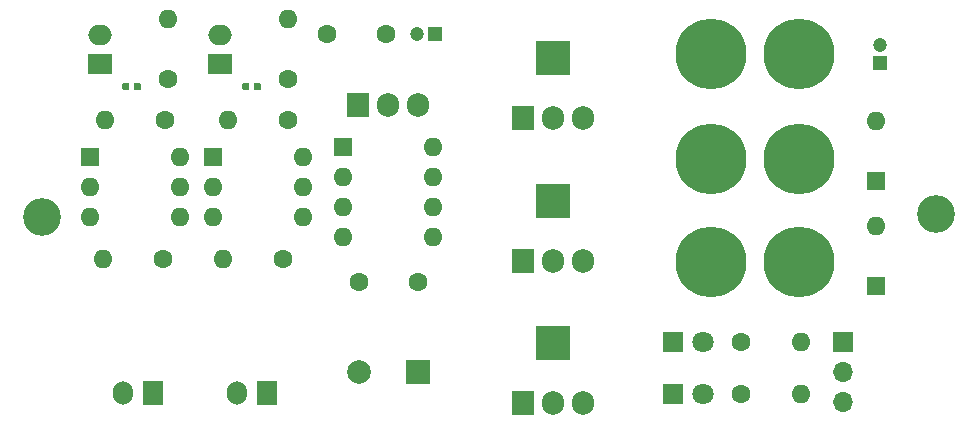
<source format=gbr>
G04 #@! TF.GenerationSoftware,KiCad,Pcbnew,(5.0.0)*
G04 #@! TF.CreationDate,2018-11-11T20:44:08+01:00*
G04 #@! TF.ProjectId,MosfetSchaltung_v2,4D6F73666574536368616C74756E675F,rev?*
G04 #@! TF.SameCoordinates,Original*
G04 #@! TF.FileFunction,Soldermask,Bot*
G04 #@! TF.FilePolarity,Negative*
%FSLAX46Y46*%
G04 Gerber Fmt 4.6, Leading zero omitted, Abs format (unit mm)*
G04 Created by KiCad (PCBNEW (5.0.0)) date 11/11/18 20:44:08*
%MOMM*%
%LPD*%
G01*
G04 APERTURE LIST*
%ADD10C,3.200000*%
%ADD11O,2.000000X1.700000*%
%ADD12R,2.000000X1.700000*%
%ADD13R,1.905000X2.000000*%
%ADD14O,1.905000X2.000000*%
%ADD15R,1.700000X1.700000*%
%ADD16O,1.700000X1.700000*%
%ADD17C,1.600000*%
%ADD18C,1.200000*%
%ADD19R,1.200000X1.200000*%
%ADD20R,2.000000X2.000000*%
%ADD21C,2.000000*%
%ADD22C,1.800000*%
%ADD23R,1.800000X1.800000*%
%ADD24C,6.000000*%
%ADD25R,1.700000X2.000000*%
%ADD26O,1.700000X2.000000*%
%ADD27O,1.600000X1.600000*%
%ADD28R,1.600000X1.600000*%
%ADD29C,0.100000*%
%ADD30C,0.590000*%
%ADD31R,3.000000X3.000000*%
G04 APERTURE END LIST*
D10*
G04 #@! TO.C,MH1*
X94541006Y-93617747D03*
G04 #@! TD*
D11*
G04 #@! TO.C,J6*
X99441000Y-78145000D03*
D12*
X99441000Y-80645000D03*
G04 #@! TD*
D13*
G04 #@! TO.C,U4*
X121285000Y-84074000D03*
D14*
X123825000Y-84074000D03*
X126365000Y-84074000D03*
G04 #@! TD*
D15*
G04 #@! TO.C,SW1*
X162306000Y-104140000D03*
D16*
X162306000Y-106680000D03*
X162306000Y-109220000D03*
G04 #@! TD*
D14*
G04 #@! TO.C,Q3*
X140335000Y-109347000D03*
X137795000Y-109347000D03*
D13*
X135255000Y-109347000D03*
G04 #@! TD*
G04 #@! TO.C,Q2*
X135255000Y-97282000D03*
D14*
X137795000Y-97282000D03*
X140335000Y-97282000D03*
G04 #@! TD*
D17*
G04 #@! TO.C,C1*
X121365000Y-99060000D03*
X126365000Y-99060000D03*
G04 #@! TD*
G04 #@! TO.C,C3*
X118618000Y-78105000D03*
X123618000Y-78105000D03*
G04 #@! TD*
D18*
G04 #@! TO.C,C4*
X126262000Y-78105000D03*
D19*
X127762000Y-78105000D03*
G04 #@! TD*
D20*
G04 #@! TO.C,C5*
X126365000Y-106680000D03*
D21*
X121365000Y-106680000D03*
G04 #@! TD*
D22*
G04 #@! TO.C,D2*
X150495000Y-108585000D03*
D23*
X147955000Y-108585000D03*
G04 #@! TD*
G04 #@! TO.C,D4*
X147955000Y-104140000D03*
D22*
X150495000Y-104140000D03*
G04 #@! TD*
D24*
G04 #@! TO.C,J1*
X151130000Y-79756000D03*
X158630000Y-79756000D03*
G04 #@! TD*
D25*
G04 #@! TO.C,J2*
X103886000Y-108458000D03*
D26*
X101386000Y-108458000D03*
G04 #@! TD*
D24*
G04 #@! TO.C,J3*
X158647442Y-88646000D03*
X151147442Y-88646000D03*
G04 #@! TD*
G04 #@! TO.C,J4*
X151147442Y-97437319D03*
X158647442Y-97437319D03*
G04 #@! TD*
D26*
G04 #@! TO.C,J5*
X111038000Y-108458000D03*
D25*
X113538000Y-108458000D03*
G04 #@! TD*
D14*
G04 #@! TO.C,Q1*
X140335000Y-85217000D03*
X137795000Y-85217000D03*
D13*
X135255000Y-85217000D03*
G04 #@! TD*
D27*
G04 #@! TO.C,U1*
X106172000Y-88519000D03*
X98552000Y-93599000D03*
X106172000Y-91059000D03*
X98552000Y-91059000D03*
X106172000Y-93599000D03*
D28*
X98552000Y-88519000D03*
G04 #@! TD*
G04 #@! TO.C,U2*
X120015000Y-87630000D03*
D27*
X127635000Y-95250000D03*
X120015000Y-90170000D03*
X127635000Y-92710000D03*
X120015000Y-92710000D03*
X127635000Y-90170000D03*
X120015000Y-95250000D03*
X127635000Y-87630000D03*
G04 #@! TD*
D28*
G04 #@! TO.C,U3*
X108966000Y-88519000D03*
D27*
X116586000Y-93599000D03*
X108966000Y-91059000D03*
X116586000Y-91059000D03*
X108966000Y-93599000D03*
X116586000Y-88519000D03*
G04 #@! TD*
D28*
G04 #@! TO.C,D3*
X165100000Y-90551000D03*
D27*
X165100000Y-85471000D03*
G04 #@! TD*
G04 #@! TO.C,D5*
X165100000Y-94361000D03*
D28*
X165100000Y-99441000D03*
G04 #@! TD*
D27*
G04 #@! TO.C,R1*
X105156000Y-76835000D03*
D17*
X105156000Y-81915000D03*
G04 #@! TD*
G04 #@! TO.C,R2*
X104902000Y-85344000D03*
D27*
X99822000Y-85344000D03*
G04 #@! TD*
G04 #@! TO.C,R3*
X99695000Y-97155000D03*
D17*
X104775000Y-97155000D03*
G04 #@! TD*
G04 #@! TO.C,R4*
X153670000Y-108585000D03*
D27*
X158750000Y-108585000D03*
G04 #@! TD*
G04 #@! TO.C,R5*
X158750000Y-104140000D03*
D17*
X153670000Y-104140000D03*
G04 #@! TD*
G04 #@! TO.C,R6*
X115316000Y-81915000D03*
D27*
X115316000Y-76835000D03*
G04 #@! TD*
G04 #@! TO.C,R7*
X110236000Y-85344000D03*
D17*
X115316000Y-85344000D03*
G04 #@! TD*
G04 #@! TO.C,R8*
X114935000Y-97155000D03*
D27*
X109855000Y-97155000D03*
G04 #@! TD*
D12*
G04 #@! TO.C,J7*
X109601000Y-80645000D03*
D11*
X109601000Y-78145000D03*
G04 #@! TD*
D29*
G04 #@! TO.C,R9*
G36*
X102754958Y-82230710D02*
X102769276Y-82232834D01*
X102783317Y-82236351D01*
X102796946Y-82241228D01*
X102810031Y-82247417D01*
X102822447Y-82254858D01*
X102834073Y-82263481D01*
X102844798Y-82273202D01*
X102854519Y-82283927D01*
X102863142Y-82295553D01*
X102870583Y-82307969D01*
X102876772Y-82321054D01*
X102881649Y-82334683D01*
X102885166Y-82348724D01*
X102887290Y-82363042D01*
X102888000Y-82377500D01*
X102888000Y-82722500D01*
X102887290Y-82736958D01*
X102885166Y-82751276D01*
X102881649Y-82765317D01*
X102876772Y-82778946D01*
X102870583Y-82792031D01*
X102863142Y-82804447D01*
X102854519Y-82816073D01*
X102844798Y-82826798D01*
X102834073Y-82836519D01*
X102822447Y-82845142D01*
X102810031Y-82852583D01*
X102796946Y-82858772D01*
X102783317Y-82863649D01*
X102769276Y-82867166D01*
X102754958Y-82869290D01*
X102740500Y-82870000D01*
X102445500Y-82870000D01*
X102431042Y-82869290D01*
X102416724Y-82867166D01*
X102402683Y-82863649D01*
X102389054Y-82858772D01*
X102375969Y-82852583D01*
X102363553Y-82845142D01*
X102351927Y-82836519D01*
X102341202Y-82826798D01*
X102331481Y-82816073D01*
X102322858Y-82804447D01*
X102315417Y-82792031D01*
X102309228Y-82778946D01*
X102304351Y-82765317D01*
X102300834Y-82751276D01*
X102298710Y-82736958D01*
X102298000Y-82722500D01*
X102298000Y-82377500D01*
X102298710Y-82363042D01*
X102300834Y-82348724D01*
X102304351Y-82334683D01*
X102309228Y-82321054D01*
X102315417Y-82307969D01*
X102322858Y-82295553D01*
X102331481Y-82283927D01*
X102341202Y-82273202D01*
X102351927Y-82263481D01*
X102363553Y-82254858D01*
X102375969Y-82247417D01*
X102389054Y-82241228D01*
X102402683Y-82236351D01*
X102416724Y-82232834D01*
X102431042Y-82230710D01*
X102445500Y-82230000D01*
X102740500Y-82230000D01*
X102754958Y-82230710D01*
X102754958Y-82230710D01*
G37*
D30*
X102593000Y-82550000D03*
D29*
G36*
X101784958Y-82230710D02*
X101799276Y-82232834D01*
X101813317Y-82236351D01*
X101826946Y-82241228D01*
X101840031Y-82247417D01*
X101852447Y-82254858D01*
X101864073Y-82263481D01*
X101874798Y-82273202D01*
X101884519Y-82283927D01*
X101893142Y-82295553D01*
X101900583Y-82307969D01*
X101906772Y-82321054D01*
X101911649Y-82334683D01*
X101915166Y-82348724D01*
X101917290Y-82363042D01*
X101918000Y-82377500D01*
X101918000Y-82722500D01*
X101917290Y-82736958D01*
X101915166Y-82751276D01*
X101911649Y-82765317D01*
X101906772Y-82778946D01*
X101900583Y-82792031D01*
X101893142Y-82804447D01*
X101884519Y-82816073D01*
X101874798Y-82826798D01*
X101864073Y-82836519D01*
X101852447Y-82845142D01*
X101840031Y-82852583D01*
X101826946Y-82858772D01*
X101813317Y-82863649D01*
X101799276Y-82867166D01*
X101784958Y-82869290D01*
X101770500Y-82870000D01*
X101475500Y-82870000D01*
X101461042Y-82869290D01*
X101446724Y-82867166D01*
X101432683Y-82863649D01*
X101419054Y-82858772D01*
X101405969Y-82852583D01*
X101393553Y-82845142D01*
X101381927Y-82836519D01*
X101371202Y-82826798D01*
X101361481Y-82816073D01*
X101352858Y-82804447D01*
X101345417Y-82792031D01*
X101339228Y-82778946D01*
X101334351Y-82765317D01*
X101330834Y-82751276D01*
X101328710Y-82736958D01*
X101328000Y-82722500D01*
X101328000Y-82377500D01*
X101328710Y-82363042D01*
X101330834Y-82348724D01*
X101334351Y-82334683D01*
X101339228Y-82321054D01*
X101345417Y-82307969D01*
X101352858Y-82295553D01*
X101361481Y-82283927D01*
X101371202Y-82273202D01*
X101381927Y-82263481D01*
X101393553Y-82254858D01*
X101405969Y-82247417D01*
X101419054Y-82241228D01*
X101432683Y-82236351D01*
X101446724Y-82232834D01*
X101461042Y-82230710D01*
X101475500Y-82230000D01*
X101770500Y-82230000D01*
X101784958Y-82230710D01*
X101784958Y-82230710D01*
G37*
D30*
X101623000Y-82550000D03*
G04 #@! TD*
D29*
G04 #@! TO.C,R10*
G36*
X111944958Y-82230710D02*
X111959276Y-82232834D01*
X111973317Y-82236351D01*
X111986946Y-82241228D01*
X112000031Y-82247417D01*
X112012447Y-82254858D01*
X112024073Y-82263481D01*
X112034798Y-82273202D01*
X112044519Y-82283927D01*
X112053142Y-82295553D01*
X112060583Y-82307969D01*
X112066772Y-82321054D01*
X112071649Y-82334683D01*
X112075166Y-82348724D01*
X112077290Y-82363042D01*
X112078000Y-82377500D01*
X112078000Y-82722500D01*
X112077290Y-82736958D01*
X112075166Y-82751276D01*
X112071649Y-82765317D01*
X112066772Y-82778946D01*
X112060583Y-82792031D01*
X112053142Y-82804447D01*
X112044519Y-82816073D01*
X112034798Y-82826798D01*
X112024073Y-82836519D01*
X112012447Y-82845142D01*
X112000031Y-82852583D01*
X111986946Y-82858772D01*
X111973317Y-82863649D01*
X111959276Y-82867166D01*
X111944958Y-82869290D01*
X111930500Y-82870000D01*
X111635500Y-82870000D01*
X111621042Y-82869290D01*
X111606724Y-82867166D01*
X111592683Y-82863649D01*
X111579054Y-82858772D01*
X111565969Y-82852583D01*
X111553553Y-82845142D01*
X111541927Y-82836519D01*
X111531202Y-82826798D01*
X111521481Y-82816073D01*
X111512858Y-82804447D01*
X111505417Y-82792031D01*
X111499228Y-82778946D01*
X111494351Y-82765317D01*
X111490834Y-82751276D01*
X111488710Y-82736958D01*
X111488000Y-82722500D01*
X111488000Y-82377500D01*
X111488710Y-82363042D01*
X111490834Y-82348724D01*
X111494351Y-82334683D01*
X111499228Y-82321054D01*
X111505417Y-82307969D01*
X111512858Y-82295553D01*
X111521481Y-82283927D01*
X111531202Y-82273202D01*
X111541927Y-82263481D01*
X111553553Y-82254858D01*
X111565969Y-82247417D01*
X111579054Y-82241228D01*
X111592683Y-82236351D01*
X111606724Y-82232834D01*
X111621042Y-82230710D01*
X111635500Y-82230000D01*
X111930500Y-82230000D01*
X111944958Y-82230710D01*
X111944958Y-82230710D01*
G37*
D30*
X111783000Y-82550000D03*
D29*
G36*
X112914958Y-82230710D02*
X112929276Y-82232834D01*
X112943317Y-82236351D01*
X112956946Y-82241228D01*
X112970031Y-82247417D01*
X112982447Y-82254858D01*
X112994073Y-82263481D01*
X113004798Y-82273202D01*
X113014519Y-82283927D01*
X113023142Y-82295553D01*
X113030583Y-82307969D01*
X113036772Y-82321054D01*
X113041649Y-82334683D01*
X113045166Y-82348724D01*
X113047290Y-82363042D01*
X113048000Y-82377500D01*
X113048000Y-82722500D01*
X113047290Y-82736958D01*
X113045166Y-82751276D01*
X113041649Y-82765317D01*
X113036772Y-82778946D01*
X113030583Y-82792031D01*
X113023142Y-82804447D01*
X113014519Y-82816073D01*
X113004798Y-82826798D01*
X112994073Y-82836519D01*
X112982447Y-82845142D01*
X112970031Y-82852583D01*
X112956946Y-82858772D01*
X112943317Y-82863649D01*
X112929276Y-82867166D01*
X112914958Y-82869290D01*
X112900500Y-82870000D01*
X112605500Y-82870000D01*
X112591042Y-82869290D01*
X112576724Y-82867166D01*
X112562683Y-82863649D01*
X112549054Y-82858772D01*
X112535969Y-82852583D01*
X112523553Y-82845142D01*
X112511927Y-82836519D01*
X112501202Y-82826798D01*
X112491481Y-82816073D01*
X112482858Y-82804447D01*
X112475417Y-82792031D01*
X112469228Y-82778946D01*
X112464351Y-82765317D01*
X112460834Y-82751276D01*
X112458710Y-82736958D01*
X112458000Y-82722500D01*
X112458000Y-82377500D01*
X112458710Y-82363042D01*
X112460834Y-82348724D01*
X112464351Y-82334683D01*
X112469228Y-82321054D01*
X112475417Y-82307969D01*
X112482858Y-82295553D01*
X112491481Y-82283927D01*
X112501202Y-82273202D01*
X112511927Y-82263481D01*
X112523553Y-82254858D01*
X112535969Y-82247417D01*
X112549054Y-82241228D01*
X112562683Y-82236351D01*
X112576724Y-82232834D01*
X112591042Y-82230710D01*
X112605500Y-82230000D01*
X112900500Y-82230000D01*
X112914958Y-82230710D01*
X112914958Y-82230710D01*
G37*
D30*
X112753000Y-82550000D03*
G04 #@! TD*
D19*
G04 #@! TO.C,C2*
X165481000Y-80518000D03*
D18*
X165481000Y-79018000D03*
G04 #@! TD*
D10*
G04 #@! TO.C,MH2*
X170180000Y-93345000D03*
G04 #@! TD*
D31*
G04 #@! TO.C,TP1*
X137795000Y-80137000D03*
G04 #@! TD*
G04 #@! TO.C,TP2*
X137795000Y-92202000D03*
G04 #@! TD*
G04 #@! TO.C,TP3*
X137795000Y-104267000D03*
G04 #@! TD*
M02*

</source>
